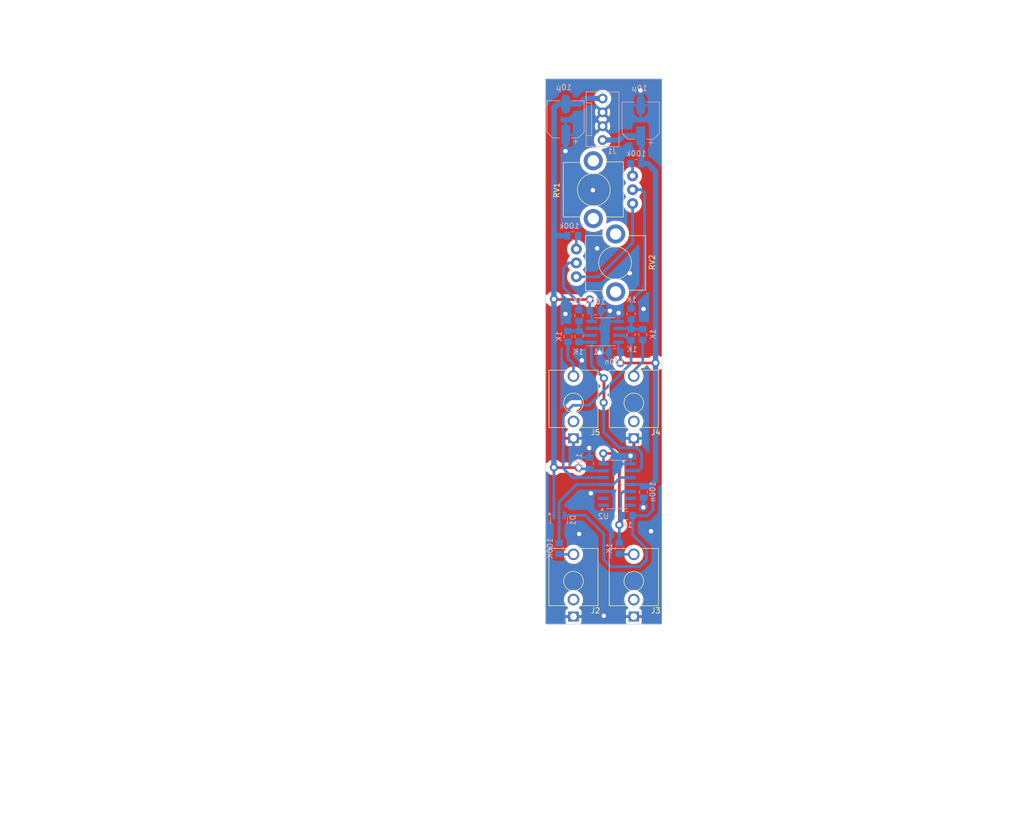
<source format=kicad_pcb>
(kicad_pcb (version 20241229) (generator "pcbnew") (generator_version "9.0")
  (layers (0 "F.Cu" signal) (2 "B.Cu" signal) (13 "F.Paste" user) (15 "B.Paste" user) (5 "F.SilkS" user "F.Silkscreen") (7 "B.SilkS" user "B.Silkscreen") (1 "F.Mask" user) (3 "B.Mask" user) (25 "Edge.Cuts" user))
  (net 0 "")
  (net 1 "+5V")
  (net 2 "GND")
  (net 3 "-5V")
  (net 4 "Net-(R2-Pad1)")
  (net 5 "Net-(R3-Pad2)")
  (net 6 "/in")
  (net 7 "Net-(J2-PadT)")
  (net 8 "/out")
  (net 10 "Net-(R1-Pad2)")
  (net 15 "Net-(RV1-Pad1)")
  (net 17 "Net-(J4-PadT)")
  (net 19 "Net-(J5-PadT)")
  (net 21 "/lower_tresh")
  (net 22 "Net-(U1B--)")
  (net 23 "Net-(U1A--)")
  (net 24 "/upper_tresh")
  (net 25 "/V_lower_pot")
  (net 26 "/V_upper_pot")
  (footprint "Connector_Audio:Jack_3.5mm_QingPu_WQP-PJ398SM_Vertical_CircularHoles" (layer "F.Cu") (at 179.52 100.22 180)
    (property "Reference" "J5" (at -4.03 1.08 0) (layer "F.SilkS"))
    (property "Value" "CV upper")
    (fp_line (start 4.5 12.48) (end 0.8 12.48) (stroke (width 0.12)) (layer "F.SilkS"))
    (fp_line (start 4.5 1.98) (end 4.5 12.48) (stroke (width 0.12)) (layer "F.SilkS"))
    (fp_line (start 4.5 1.98) (end 0.72 1.98) (stroke (width 0.12)) (layer "F.SilkS"))
    (fp_line (start -0.72 1.98) (end -4.5 1.98) (stroke (width 0.12)) (layer "F.SilkS"))
    (fp_line (start -0.8 12.48) (end -4.5 12.48) (stroke (width 0.12)) (layer "F.SilkS"))
    (fp_line (start -1.23 -1.17) (end -0.37 -1.17) (stroke (width 0.12)) (layer "F.SilkS"))
    (fp_line (start -1.23 -1.17) (end -1.23 -0.37) (stroke (width 0.12)) (layer "F.SilkS"))
    (fp_line (start -4.5 1.98) (end -4.5 12.48) (stroke (width 0.12)) (layer "F.SilkS"))
    (fp_circle (center 0 6.48) (end 1.8 6.48) (stroke (width 0.12)) (fill no) (layer "F.SilkS"))
    (pad "S" thru_hole rect (at 0 0) (size 1.93 1.83) (drill 1.22) (layers "*.Cu" "*.Mask") (net 2 "GND"))
    (pad "T" thru_hole circle (at 0 11.4) (size 2.13 2.13) (drill 1.43) (layers "*.Cu" "*.Mask") (net 19 "Net-(J5-PadT)"))
    (pad "TN" thru_hole circle (at 0 3.1) (size 2.13 2.13) (drill 1.42) (layers "*.Cu" "*.Mask"))
    (zone (net 0) (net_name "") (layer "F.Cu") (connect_pads (clearance 0)) (min_thickness 0.254)
      (keepout (tracks not_allowed) (vias not_allowed) (pads not_allowed) (copperpour not_allowed) (footprints not_allowed))
      (fill (thermal_gap 0.508) (thermal_bridge_width 0.508))
      (polygon (pts (xy 178.014859 93.74) (xy 178.03507 93.985829) (xy 178.095159 94.225055) (xy 178.193514 94.451256) (xy 178.327492 94.658355) (xy 178.493496 94.84079) (xy 178.687068 94.993664) (xy 178.903008 95.112869) (xy 179.135518 95.195206) (xy 179.378354 95.238461) (xy 179.624993 95.241475) (xy 179.868813 95.204165) (xy 180.103266 95.127534) (xy 180.322054 95.01364) (xy 180.519303 94.865542) (xy 180.689714 94.687216) (xy 180.828712 94.483452) (xy 180.932564 94.259722) (xy 180.998481 94.022035) (xy 181.024692 93.776774) (xy 181.010493 93.530525) (xy 180.956266 93.289901) (xy 180.863468 93.061366) (xy 180.734589 92.851055) (xy 180.573092 92.664618) (xy 180.383313 92.507061) (xy 180.17035 92.382615) (xy 179.939921 92.294623) (xy 179.698215 92.245447) (xy 179.451722 92.236408) (xy 179.207064 92.26775) (xy 178.970809 92.33863) (xy 178.749303 92.447144) (xy 178.548495 92.590379) (xy 178.373777 92.764488) (xy 178.229842 92.964795) (xy 178.120555 93.185921) (xy 178.048851 93.421926) (xy 178.016656 93.666474)))
    )
  )
  (footprint "Connector_Audio:Jack_3.5mm_QingPu_WQP-PJ398SM_Vertical_CircularHoles" (layer "F.Cu") (at 190.57 100.22 180)
    (property "Reference" "J4" (at -4.03 1.08 0) (layer "F.SilkS"))
    (property "Value" "CV lower")
    (fp_line (start 4.5 12.48) (end 0.8 12.48) (stroke (width 0.12)) (layer "F.SilkS"))
    (fp_line (start 4.5 1.98) (end 4.5 12.48) (stroke (width 0.12)) (layer "F.SilkS"))
    (fp_line (start 4.5 1.98) (end 0.72 1.98) (stroke (width 0.12)) (layer "F.SilkS"))
    (fp_line (start -0.72 1.98) (end -4.5 1.98) (stroke (width 0.12)) (layer "F.SilkS"))
    (fp_line (start -0.8 12.48) (end -4.5 12.48) (stroke (width 0.12)) (layer "F.SilkS"))
    (fp_line (start -1.23 -1.17) (end -0.37 -1.17) (stroke (width 0.12)) (layer "F.SilkS"))
    (fp_line (start -1.23 -1.17) (end -1.23 -0.37) (stroke (width 0.12)) (layer "F.SilkS"))
    (fp_line (start -4.5 1.98) (end -4.5 12.48) (stroke (width 0.12)) (layer "F.SilkS"))
    (fp_circle (center 0 6.48) (end 1.8 6.48) (stroke (width 0.12)) (fill no) (layer "F.SilkS"))
    (pad "S" thru_hole rect (at 0 0) (size 1.93 1.83) (drill 1.22) (layers "*.Cu" "*.Mask") (net 2 "GND"))
    (pad "T" thru_hole circle (at 0 11.4) (size 2.13 2.13) (drill 1.43) (layers "*.Cu" "*.Mask") (net 17 "Net-(J4-PadT)"))
    (pad "TN" thru_hole circle (at 0 3.1) (size 2.13 2.13) (drill 1.42) (layers "*.Cu" "*.Mask"))
    (zone (net 0) (net_name "") (layer "F.Cu") (connect_pads (clearance 0)) (min_thickness 0.254)
      (keepout (tracks not_allowed) (vias not_allowed) (pads not_allowed) (copperpour not_allowed) (footprints not_allowed))
      (fill (thermal_gap 0.508) (thermal_bridge_width 0.508))
      (polygon (pts (xy 189.064859 93.74) (xy 189.08507 93.985829) (xy 189.145159 94.225055) (xy 189.243514 94.451256) (xy 189.377492 94.658355) (xy 189.543496 94.84079) (xy 189.737068 94.993664) (xy 189.953008 95.112869) (xy 190.185518 95.195206) (xy 190.428354 95.238461) (xy 190.674993 95.241475) (xy 190.918813 95.204165) (xy 191.153266 95.127534) (xy 191.372054 95.01364) (xy 191.569303 94.865542) (xy 191.739714 94.687216) (xy 191.878712 94.483452) (xy 191.982564 94.259722) (xy 192.048481 94.022035) (xy 192.074692 93.776774) (xy 192.060493 93.530525) (xy 192.006266 93.289901) (xy 191.913468 93.061366) (xy 191.784589 92.851055) (xy 191.623092 92.664618) (xy 191.433313 92.507061) (xy 191.22035 92.382615) (xy 190.989921 92.294623) (xy 190.748215 92.245447) (xy 190.501722 92.236408) (xy 190.257064 92.26775) (xy 190.020809 92.33863) (xy 189.799303 92.447144) (xy 189.598495 92.590379) (xy 189.423777 92.764488) (xy 189.279842 92.964795) (xy 189.170555 93.185921) (xy 189.098851 93.421926) (xy 189.066656 93.666474)))
    )
  )
  (footprint "Connector_Audio:Jack_3.5mm_QingPu_WQP-PJ398SM_Vertical_CircularHoles" (layer "F.Cu") (at 179.52 132.885 180)
    (property "Reference" "J2" (at -4.03 1.08 0) (layer "F.SilkS"))
    (property "Value" "In")
    (fp_line (start 4.5 12.48) (end 0.8 12.48) (stroke (width 0.12)) (layer "F.SilkS"))
    (fp_line (start 4.5 1.98) (end 4.5 12.48) (stroke (width 0.12)) (layer "F.SilkS"))
    (fp_line (start 4.5 1.98) (end 0.72 1.98) (stroke (width 0.12)) (layer "F.SilkS"))
    (fp_line (start -0.72 1.98) (end -4.5 1.98) (stroke (width 0.12)) (layer "F.SilkS"))
    (fp_line (start -0.8 12.48) (end -4.5 12.48) (stroke (width 0.12)) (layer "F.SilkS"))
    (fp_line (start -1.23 -1.17) (end -0.37 -1.17) (stroke (width 0.12)) (layer "F.SilkS"))
    (fp_line (start -1.23 -1.17) (end -1.23 -0.37) (stroke (width 0.12)) (layer "F.SilkS"))
    (fp_line (start -4.5 1.98) (end -4.5 12.48) (stroke (width 0.12)) (layer "F.SilkS"))
    (fp_circle (center 0 6.48) (end 1.8 6.48) (stroke (width 0.12)) (fill no) (layer "F.SilkS"))
    (pad "S" thru_hole rect (at 0 0) (size 1.93 1.83) (drill 1.22) (layers "*.Cu" "*.Mask") (net 2 "GND"))
    (pad "T" thru_hole circle (at 0 11.4) (size 2.13 2.13) (drill 1.43) (layers "*.Cu" "*.Mask") (net 7 "Net-(J2-PadT)"))
    (pad "TN" thru_hole circle (at 0 3.1) (size 2.13 2.13) (drill 1.42) (layers "*.Cu" "*.Mask"))
    (zone (net 0) (net_name "") (layer "F.Cu") (connect_pads (clearance 0)) (min_thickness 0.254)
      (keepout (tracks not_allowed) (vias not_allowed) (pads not_allowed) (copperpour not_allowed) (footprints not_allowed))
      (fill (thermal_gap 0.508) (thermal_bridge_width 0.508))
      (polygon (pts (xy 178.014859 126.405) (xy 178.03507 126.650829) (xy 178.095159 126.890055) (xy 178.193514 127.116256) (xy 178.327492 127.323355) (xy 178.493496 127.50579) (xy 178.687068 127.658664) (xy 178.903008 127.777869) (xy 179.135518 127.860206) (xy 179.378354 127.903461) (xy 179.624993 127.906475) (xy 179.868813 127.869165) (xy 180.103266 127.792534) (xy 180.322054 127.67864) (xy 180.519303 127.530542) (xy 180.689714 127.352216) (xy 180.828712 127.148452) (xy 180.932564 126.924722) (xy 180.998481 126.687035) (xy 181.024692 126.441774) (xy 181.010493 126.195525) (xy 180.956266 125.954901) (xy 180.863468 125.726366) (xy 180.734589 125.516055) (xy 180.573092 125.329618) (xy 180.383313 125.172061) (xy 180.17035 125.047615) (xy 179.939921 124.959623) (xy 179.698215 124.910447) (xy 179.451722 124.901408) (xy 179.207064 124.93275) (xy 178.970809 125.00363) (xy 178.749303 125.112144) (xy 178.548495 125.255379) (xy 178.373777 125.429488) (xy 178.229842 125.629795) (xy 178.120555 125.850921) (xy 178.048851 126.086926) (xy 178.016656 126.331474)))
    )
  )
  (footprint "Allgemein:poti_stehend" (layer "F.Cu") (at 187.24 68.07 -90)
    (property "Reference" "RV2" (at -0.1 -6.7 90) (layer "F.SilkS"))
    (property "Value" "25K")
    (fp_line (start -5 5.5) (end -5 2) (stroke (width 0.12)) (layer "F.SilkS"))
    (fp_line (start 5.1 5.5) (end -5 5.5) (stroke (width 0.12)) (layer "F.SilkS"))
    (fp_line (start 5.1 2) (end 5.1 5.5) (stroke (width 0.12)) (layer "F.SilkS"))
    (fp_line (start -5 -5.5) (end -5 -2) (stroke (width 0.12)) (layer "F.SilkS"))
    (fp_line (start 5 -5.5) (end 5 -2) (stroke (width 0.12)) (layer "F.SilkS"))
    (fp_line (start 5 -5.5) (end -5 -5.5) (stroke (width 0.12)) (layer "F.SilkS"))
    (fp_circle (center 0 0.1) (end 3 0.1) (stroke (width 0.12)) (fill no) (layer "F.SilkS"))
    (pad "" thru_hole circle (at -5.3 0 270) (size 3.5 3.5) (drill 2.1) (layers "*.Cu" "*.Mask"))
    (pad "" thru_hole circle (at 5.3 0 270) (size 3.5 3.5) (drill 2.1) (layers "*.Cu" "*.Mask"))
    (pad "1" thru_hole circle (at -2.54 7.2 270) (size 2 2) (drill 1) (layers "*.Cu" "*.Mask") (net 4 "Net-(R2-Pad1)"))
    (pad "2" thru_hole circle (at 0 7.2 270) (size 2 2) (drill 1) (layers "*.Cu" "*.Mask") (net 26 "/V_upper_pot"))
    (pad "3" thru_hole circle (at 2.54 7.2 270) (size 2 2) (drill 1) (layers "*.Cu" "*.Mask") (net 15 "Net-(RV1-Pad1)"))
  )
  (footprint "Connector_Audio:Jack_3.5mm_QingPu_WQP-PJ398SM_Vertical_CircularHoles" (layer "F.Cu") (at 190.57 132.885 180)
    (property "Reference" "J3" (at -4.03 1.08 0) (layer "F.SilkS"))
    (property "Value" "out")
    (fp_line (start 4.5 12.48) (end 0.8 12.48) (stroke (width 0.12)) (layer "F.SilkS"))
    (fp_line (start 4.5 1.98) (end 4.5 12.48) (stroke (width 0.12)) (layer "F.SilkS"))
    (fp_line (start 4.5 1.98) (end 0.72 1.98) (stroke (width 0.12)) (layer "F.SilkS"))
    (fp_line (start -0.72 1.98) (end -4.5 1.98) (stroke (width 0.12)) (layer "F.SilkS"))
    (fp_line (start -0.8 12.48) (end -4.5 12.48) (stroke (width 0.12)) (layer "F.SilkS"))
    (fp_line (start -1.23 -1.17) (end -0.37 -1.17) (stroke (width 0.12)) (layer "F.SilkS"))
    (fp_line (start -1.23 -1.17) (end -1.23 -0.37) (stroke (width 0.12)) (layer "F.SilkS"))
    (fp_line (start -4.5 1.98) (end -4.5 12.48) (stroke (width 0.12)) (layer "F.SilkS"))
    (fp_circle (center 0 6.48) (end 1.8 6.48) (stroke (width 0.12)) (fill no) (layer "F.SilkS"))
    (pad "S" thru_hole rect (at 0 0) (size 1.93 1.83) (drill 1.22) (layers "*.Cu" "*.Mask") (net 2 "GND"))
    (pad "T" thru_hole circle (at 0 11.4) (size 2.13 2.13) (drill 1.43) (layers "*.Cu" "*.Mask") (net 8 "/out"))
    (pad "TN" thru_hole circle (at 0 3.1) (size 2.13 2.13) (drill 1.42) (layers "*.Cu" "*.Mask"))
    (zone (net 0) (net_name "") (layer "F.Cu") (connect_pads (clearance 0)) (min_thickness 0.254)
      (keepout (tracks not_allowed) (vias not_allowed) (pads not_allowed) (copperpour not_allowed) (footprints not_allowed))
      (fill (thermal_gap 0.508) (thermal_bridge_width 0.508))
      (polygon (pts (xy 189.064859 126.405) (xy 189.08507 126.650829) (xy 189.145159 126.890055) (xy 189.243514 127.116256) (xy 189.377492 127.323355) (xy 189.543496 127.50579) (xy 189.737068 127.658664) (xy 189.953008 127.777869) (xy 190.185518 127.860206) (xy 190.428354 127.903461) (xy 190.674993 127.906475) (xy 190.918813 127.869165) (xy 191.153266 127.792534) (xy 191.372054 127.67864) (xy 191.569303 127.530542) (xy 191.739714 127.352216) (xy 191.878712 127.148452) (xy 191.982564 126.924722) (xy 192.048481 126.687035) (xy 192.074692 126.441774) (xy 192.060493 126.195525) (xy 192.006266 125.954901) (xy 191.913468 125.726366) (xy 191.784589 125.516055) (xy 191.623092 125.329618) (xy 191.433313 125.172061) (xy 191.22035 125.047615) (xy 190.989921 124.959623) (xy 190.748215 124.910447) (xy 190.501722 124.901408) (xy 190.257064 124.93275) (xy 190.020809 125.00363) (xy 189.799303 125.112144) (xy 189.598495 125.255379) (xy 189.423777 125.429488) (xy 189.279842 125.629795) (xy 189.170555 125.850921) (xy 189.098851 126.086926) (xy 189.066656 126.331474)))
    )
  )
  (footprint "Allgemein:poti_stehend" (layer "F.Cu") (at 183.15 54.65 90)
    (property "Reference" "RV1" (at -0.1 -6.7 90) (layer "F.SilkS"))
    (property "Value" "25K")
    (fp_line (start 5 -5.5) (end -5 -5.5) (stroke (width 0.12)) (layer "F.SilkS"))
    (fp_line (start 5 -5.5) (end 5 -2) (stroke (width 0.12)) (layer "F.SilkS"))
    (fp_line (start -5 -5.5) (end -5 -2) (stroke (width 0.12)) (layer "F.SilkS"))
    (fp_line (start 5.1 2) (end 5.1 5.5) (stroke (width 0.12)) (layer "F.SilkS"))
    (fp_line (start 5.1 5.5) (end -5 5.5) (stroke (width 0.12)) (layer "F.SilkS"))
    (fp_line (start -5 5.5) (end -5 2) (stroke (width 0.12)) (layer "F.SilkS"))
    (fp_circle (center 0 0.1) (end 3 0.1) (stroke (width 0.12)) (fill no) (layer "F.SilkS"))
    (pad "" thru_hole circle (at -5.3 0 90) (size 3.5 3.5) (drill 2.1) (layers "*.Cu" "*.Mask"))
    (pad "" thru_hole circle (at 5.3 0 90) (size 3.5 3.5) (drill 2.1) (layers "*.Cu" "*.Mask"))
    (pad "1" thru_hole circle (at -2.54 7.2 90) (size 2 2) (drill 1) (layers "*.Cu" "*.Mask") (net 15 "Net-(RV1-Pad1)"))
    (pad "2" thru_hole circle (at 0 7.2 90) (size 2 2) (drill 1) (layers "*.Cu" "*.Mask") (net 25 "/V_lower_pot"))
    (pad "3" thru_hole circle (at 2.54 7.2 90) (size 2 2) (drill 1) (layers "*.Cu" "*.Mask") (net 5 "Net-(R3-Pad2)"))
  )
  (footprint "Allgemein:R_0805" (layer "B.Cu") (at 176.87 120.405 90)
    (property "Reference" "R4")
    (property "Value" "100K" (at 0 -1.65 90) (layer "B.SilkS") (effects (justify mirror)))
    (fp_line (start 0.227064 -0.735) (end -0.227064 -0.735) (stroke (width 0.12)) (layer "B.SilkS"))
    (fp_line (start 0.227064 0.735) (end -0.227064 0.735) (stroke (width 0.12)) (layer "B.SilkS"))
    (pad "1" smd roundrect (at -1 0 90) (size 1.2 1.4) (layers "B.Cu" "B.Mask" "B.Paste") (roundrect_rratio 0.208333) (net 7 "Net-(J2-PadT)"))
    (pad "2" smd roundrect (at 1 0 90) (size 1.2 1.4) (layers "B.Cu" "B.Mask" "B.Paste") (roundrect_rratio 0.208333) (net 6 "/in"))
  )
  (footprint "Allgemein:R_0805" (layer "B.Cu") (at 180.52 77.72 -90)
    (property "Reference" "R14")
    (property "Value" "1K" (at -2.73 0.29 180) (layer "B.SilkS") (effects (justify mirror)))
    (fp_line (start 0.227064 0.735) (end -0.227064 0.735) (stroke (width 0.12)) (layer "B.SilkS"))
    (fp_line (start 0.227064 -0.735) (end -0.227064 -0.735) (stroke (width 0.12)) (layer "B.SilkS"))
    (pad "1" smd roundrect (at -1 0 270) (size 1.2 1.4) (layers "B.Cu" "B.Mask" "B.Paste") (roundrect_rratio 0.208333) (net 26 "/V_upper_pot"))
    (pad "2" smd roundrect (at 1 0 270) (size 1.2 1.4) (layers "B.Cu" "B.Mask" "B.Paste") (roundrect_rratio 0.208333) (net 23 "Net-(U1A--)"))
  )
  (footprint "Allgemein:R_0805" (layer "B.Cu") (at 191 49.87 180)
    (property "Reference" "R3")
    (property "Value" "100k" (at -0.03 1.83 0) (layer "B.SilkS") (effects (justify mirror)))
    (fp_line (start 0.227064 0.735) (end -0.227064 0.735) (stroke (width 0.12)) (layer "B.SilkS"))
    (fp_line (start 0.227064 -0.735) (end -0.227064 -0.735) (stroke (width 0.12)) (layer "B.SilkS"))
    (pad "1" smd roundrect (at -1 0 180) (size 1.2 1.4) (layers "B.Cu" "B.Mask" "B.Paste") (roundrect_rratio 0.208333) (net 1 "+5V"))
    (pad "2" smd roundrect (at 1 0 180) (size 1.2 1.4) (layers "B.Cu" "B.Mask" "B.Paste") (roundrect_rratio 0.208333) (net 5 "Net-(R3-Pad2)"))
  )
  (footprint "Allgemein:C_0805" (layer "B.Cu") (at 187.07 84.51 180)
    (property "Reference" "C5")
    (property "Value" "100n" (at 0 -1.68 0) (layer "B.SilkS") (effects (justify mirror)))
    (fp_line (start 0.261252 0.735) (end -0.261252 0.735) (stroke (width 0.12)) (layer "B.SilkS"))
    (fp_line (start 0.261252 -0.735) (end -0.261252 -0.735) (stroke (width 0.12)) (layer "B.SilkS"))
    (pad "1" smd roundrect (at -1.0375 0 180) (size 1.175 1.45) (layers "B.Cu" "B.Mask" "B.Paste") (roundrect_rratio 0.212766) (net 1 "+5V"))
    (pad "2" smd roundrect (at 1.0375 0 180) (size 1.175 1.45) (layers "B.Cu" "B.Mask" "B.Paste") (roundrect_rratio 0.212766) (net 2 "GND"))
  )
  (footprint "Allgemein:C_0805" (layer "B.Cu") (at 183.53 76.845 180)
    (property "Reference" "C6")
    (property "Value" "100n" (at 0 1.68 0) (layer "B.SilkS") (effects (justify mirror)))
    (fp_line (start 0.261252 0.735) (end -0.261252 0.735) (stroke (width 0.12)) (layer "B.SilkS"))
    (fp_line (start 0.261252 -0.735) (end -0.261252 -0.735) (stroke (width 0.12)) (layer "B.SilkS"))
    (pad "1" smd roundrect (at -1.0375 0 180) (size 1.175 1.45) (layers "B.Cu" "B.Mask" "B.Paste") (roundrect_rratio 0.212766) (net 2 "GND"))
    (pad "2" smd roundrect (at 1.0375 0 180) (size 1.175 1.45) (layers "B.Cu" "B.Mask" "B.Paste") (roundrect_rratio 0.212766) (net 3 "-5V"))
  )
  (footprint "Allgemein:pwr_conn_4pin" (layer "B.Cu") (at 184.85 41.74)
    (property "Reference" "J1" (at 1.74 5.84 0) (layer "B.SilkS") (effects (justify mirror)))
    (property "Value" "pwr")
    (fp_line (start -3 -5) (end 3 -5) (stroke (width 0.12)) (layer "B.SilkS"))
    (fp_line (start -3 -3) (end -2 -3) (stroke (width 0.12)) (layer "B.SilkS"))
    (fp_line (start -3 5) (end -3 -5) (stroke (width 0.12)) (layer "B.SilkS"))
    (fp_line (start -2 -3) (end -2 3) (stroke (width 0.12)) (layer "B.SilkS"))
    (fp_line (start -2 3) (end -3 3) (stroke (width 0.12)) (layer "B.SilkS"))
    (fp_line (start 3 -5) (end 3 5) (stroke (width 0.12)) (layer "B.SilkS"))
    (fp_line (start 3 5) (end -3 5) (stroke (width 0.12)) (layer "B.SilkS"))
    (pad "1" thru_hole circle (at 0 3.81) (size 1.8 1.8) (drill 1) (layers "*.Cu" "*.Mask") (net 1 "+5V"))
    (pad "2" thru_hole circle (at 0 1.27) (size 1.8 1.8) (drill 1) (layers "*.Cu" "*.Mask") (net 2 "GND"))
    (pad "3" thru_hole circle (at 0 -1.27) (size 1.8 1.8) (drill 1) (layers "*.Cu" "*.Mask") (net 2 "GND"))
    (pad "4" thru_hole circle (at 0 -3.81) (size 1.8 1.8) (drill 1) (layers "*.Cu" "*.Mask") (net 3 "-5V"))
  )
  (footprint "Allgemein:R_0805" (layer "B.Cu") (at 189.35 114.4 180)
    (property "Reference" "R1")
    (property "Value" "1K" (at 0 -1.65 0) (layer "B.SilkS") (effects (justify mirror)))
    (fp_line (start 0.227064 0.735) (end -0.227064 0.735) (stroke (width 0.12)) (layer "B.SilkS"))
    (fp_line (start 0.227064 -0.735) (end -0.227064 -0.735) (stroke (width 0.12)) (layer "B.SilkS"))
    (pad "1" smd roundrect (at -1 0 180) (size 1.2 1.4) (layers "B.Cu" "B.Mask" "B.Paste") (roundrect_rratio 0.208333) (net 1 "+5V"))
    (pad "2" smd roundrect (at 1 0 180) (size 1.2 1.4) (layers "B.Cu" "B.Mask" "B.Paste") (roundrect_rratio 0.208333) (net 10 "Net-(R1-Pad2)"))
  )
  (footprint "Allgemein:R_0805" (layer "B.Cu") (at 178.51 81.56 90)
    (property "Reference" "R13")
    (property "Value" "1K" (at 0 -1.65 90) (layer "B.SilkS") (effects (justify mirror)))
    (fp_line (start 0.227064 -0.735) (end -0.227064 -0.735) (stroke (width 0.12)) (layer "B.SilkS"))
    (fp_line (start 0.227064 0.735) (end -0.227064 0.735) (stroke (width 0.12)) (layer "B.SilkS"))
    (pad "1" smd roundrect (at -1 0 90) (size 1.2 1.4) (layers "B.Cu" "B.Mask" "B.Paste") (roundrect_rratio 0.208333) (net 19 "Net-(J5-PadT)"))
    (pad "2" smd roundrect (at 1 0 90) (size 1.2 1.4) (layers "B.Cu" "B.Mask" "B.Paste") (roundrect_rratio 0.208333) (net 23 "Net-(U1A--)"))
  )
  (footprint "Allgemein:C_0805" (layer "B.Cu") (at 182.45 104.7925 -90)
    (property "Reference" "C2")
    (property "Value" "100n" (at 0.03 1.9 90) (layer "B.SilkS") (effects (justify mirror)))
    (fp_line (start 0.261252 0.735) (end -0.261252 0.735) (stroke (width 0.12)) (layer "B.SilkS"))
    (fp_line (start 0.261252 -0.735) (end -0.261252 -0.735) (stroke (width 0.12)) (layer "B.SilkS"))
    (pad "1" smd roundrect (at -1.0375 0 270) (size 1.175 1.45) (layers "B.Cu" "B.Mask" "B.Paste") (roundrect_rratio 0.212766) (net 2 "GND"))
    (pad "2" smd roundrect (at 1.0375 0 270) (size 1.175 1.45) (layers "B.Cu" "B.Mask" "B.Paste") (roundrect_rratio 0.212766) (net 3 "-5V"))
  )
  (footprint "Allgemein:R_0805" (layer "B.Cu") (at 179.39 63.1 180)
    (property "Reference" "R2")
    (property "Value" "100k" (at 0.61 1.8 0) (layer "B.SilkS") (effects (justify mirror)))
    (fp_line (start 0.227064 0.735) (end -0.227064 0.735) (stroke (width 0.12)) (layer "B.SilkS"))
    (fp_line (start 0.227064 -0.735) (end -0.227064 -0.735) (stroke (width 0.12)) (layer "B.SilkS"))
    (pad "1" smd roundrect (at -1 0 180) (size 1.2 1.4) (layers "B.Cu" "B.Mask" "B.Paste") (roundrect_rratio 0.208333) (net 4 "Net-(R2-Pad1)"))
    (pad "2" smd roundrect (at 1 0 180) (size 1.2 1.4) (layers "B.Cu" "B.Mask" "B.Paste") (roundrect_rratio 0.208333) (net 3 "-5V"))
  )
  (footprint "Allgemein:R_0805" (layer "B.Cu") (at 180.53 81.56 -90)
    (property "Reference" "R10")
    (property "Value" "1K" (at 2.8 0.13 180) (layer "B.SilkS") (effects (justify mirror)))
    (fp_line (start 0.227064 0.735) (end -0.227064 0.735) (stroke (width 0.12)) (layer "B.SilkS"))
    (fp_line (start 0.227064 -0.735) (end -0.227064 -0.735) (stroke (width 0.12)) (layer "B.SilkS"))
    (pad "1" smd roundrect (at -1 0 270) (size 1.2 1.4) (layers "B.Cu" "B.Mask" "B.Paste") (roundrect_rratio 0.208333) (net 23 "Net-(U1A--)"))
    (pad "2" smd roundrect (at 1 0 270) (size 1.2 1.4) (layers "B.Cu" "B.Mask" "B.Paste") (roundrect_rratio 0.208333) (net 24 "/upper_tresh"))
  )
  (footprint "Allgemein:R_0805" (layer "B.Cu") (at 192.2 81.2 90)
    (property "Reference" "R11")
    (property "Value" "1K" (at 0.02 1.89 90) (layer "B.SilkS") (effects (justify mirror)))
    (fp_line (start 0.227064 -0.735) (end -0.227064 -0.735) (stroke (width 0.12)) (layer "B.SilkS"))
    (fp_line (start 0.227064 0.735) (end -0.227064 0.735) (stroke (width 0.12)) (layer "B.SilkS"))
    (pad "1" smd roundrect (at -1 0 90) (size 1.2 1.4) (layers "B.Cu" "B.Mask" "B.Paste") (roundrect_rratio 0.208333) (net 17 "Net-(J4-PadT)"))
    (pad "2" smd roundrect (at 1 0 90) (size 1.2 1.4) (layers "B.Cu" "B.Mask" "B.Paste") (roundrect_rratio 0.208333) (net 22 "Net-(U1B--)"))
  )
  (footprint "Allgemein:C_0805" (layer "B.Cu") (at 192.36 110.06 -90)
    (property "Reference" "C1")
    (property "Value" "100n" (at -0.04 -1.66 90) (layer "B.SilkS") (effects (justify mirror)))
    (fp_line (start 0.261252 0.735) (end -0.261252 0.735) (stroke (width 0.12)) (layer "B.SilkS"))
    (fp_line (start 0.261252 -0.735) (end -0.261252 -0.735) (stroke (width 0.12)) (layer "B.SilkS"))
    (pad "1" smd roundrect (at -1.0375 0 270) (size 1.175 1.45) (layers "B.Cu" "B.Mask" "B.Paste") (roundrect_rratio 0.212766) (net 1 "+5V"))
    (pad "2" smd roundrect (at 1.0375 0 270) (size 1.175 1.45) (layers "B.Cu" "B.Mask" "B.Paste") (roundrect_rratio 0.212766) (net 2 "GND"))
  )
  (footprint "Allgemein:R_0805" (layer "B.Cu") (at 187.92 120.405 -90)
    (property "Reference" "R5")
    (property "Value" "1K" (at 0 1.85 90) (layer "B.SilkS") (effects (justify mirror)))
    (fp_line (start 0.227064 0.735) (end -0.227064 0.735) (stroke (width 0.12)) (layer "B.SilkS"))
    (fp_line (start 0.227064 -0.735) (end -0.227064 -0.735) (stroke (width 0.12)) (layer "B.SilkS"))
    (pad "1" smd roundrect (at -1 0 270) (size 1.2 1.4) (layers "B.Cu" "B.Mask" "B.Paste") (roundrect_rratio 0.208333) (net 10 "Net-(R1-Pad2)"))
    (pad "2" smd roundrect (at 1 0 270) (size 1.2 1.4) (layers "B.Cu" "B.Mask" "B.Paste") (roundrect_rratio 0.208333) (net 8 "/out"))
  )
  (footprint "Allgemein:R_0805" (layer "B.Cu") (at 190.075 81.225 -90)
    (property "Reference" "R9")
    (property "Value" "1K" (at 2.68 -0.18 180) (layer "B.SilkS") (effects (justify mirror)))
    (fp_line (start 0.227064 0.735) (end -0.227064 0.735) (stroke (width 0.12)) (layer "B.SilkS"))
    (fp_line (start 0.227064 -0.735) (end -0.227064 -0.735) (stroke (width 0.12)) (layer "B.SilkS"))
    (pad "1" smd roundrect (at -1 0 270) (size 1.2 1.4) (layers "B.Cu" "B.Mask" "B.Paste") (roundrect_rratio 0.208333) (net 22 "Net-(U1B--)"))
    (pad "2" smd roundrect (at 1 0 270) (size 1.2 1.4) (layers "B.Cu" "B.Mask" "B.Paste") (roundrect_rratio 0.208333) (net 21 "/lower_tresh"))
  )
  (footprint "Allgemein:SOIC-8_no_mark" (layer "B.Cu") (at 185.295 80.705)
    (property "Reference" "U1" (at -1.16 3.63 0) (layer "B.SilkS") (effects (justify mirror)))
    (property "Value" "LMH6643")
    (fp_line (start -3.45 2.56) (end 0 2.56) (stroke (width 0.12)) (layer "B.SilkS"))
    (fp_line (start -1.95 -2.56) (end 0 -2.56) (stroke (width 0.12)) (layer "B.SilkS"))
    (fp_line (start 1.95 -2.56) (end 0 -2.56) (stroke (width 0.12)) (layer "B.SilkS"))
    (fp_line (start 1.95 2.56) (end 0 2.56) (stroke (width 0.12)) (layer "B.SilkS"))
    (pad "1" smd roundrect (at -2.475 1.905) (size 1.95 0.6) (layers "B.Cu" "B.Mask" "B.Paste") (net 24 "/upper_tresh"))
    (pad "2" smd roundrect (at -2.475 0.635) (size 1.95 0.6) (layers "B.Cu" "B.Mask" "B.Paste") (net 23 "Net-(U1A--)"))
    (pad "3" smd roundrect (at -2.475 -0.635) (size 1.95 0.6) (layers "B.Cu" "B.Mask" "B.Paste") (net 2 "GND"))
    (pad "4" smd roundrect (at -2.475 -1.905) (size 1.95 0.6) (layers "B.Cu" "B.Mask" "B.Paste") (net 3 "-5V"))
    (pad "5" smd roundrect (at 2.475 -1.905) (size 1.95 0.6) (layers "B.Cu" "B.Mask" "B.Paste") (net 2 "GND"))
    (pad "6" smd roundrect (at 2.475 -0.635) (size 1.95 0.6) (layers "B.Cu" "B.Mask" "B.Paste") (net 22 "Net-(U1B--)"))
    (pad "7" smd roundrect (at 2.475 0.635) (size 1.95 0.6) (layers "B.Cu" "B.Mask" "B.Paste") (net 21 "/lower_tresh"))
    (pad "8" smd roundrect (at 2.475 1.905) (size 1.95 0.6) (layers "B.Cu" "B.Mask" "B.Paste") (net 1 "+5V"))
  )
  (footprint "Allgemein:CP_Elec_6.3x5.3" (layer "B.Cu") (at 178.07 41.75 90)
    (property "Reference" "C4")
    (property "Value" "10µ" (at 5.88 -0.35 180) (layer "B.SilkS") (effects (justify mirror)))
    (fp_line (start 3.41 -3.41) (end -2.345563 -3.41) (stroke (width 0.12)) (layer "B.SilkS"))
    (fp_line (start -2.345563 -3.41) (end -3.41 -2.345563) (stroke (width 0.12)) (layer "B.SilkS"))
    (fp_line (start 3.41 -1.06) (end 3.41 -3.41) (stroke (width 0.12)) (layer "B.SilkS"))
    (fp_line (start -3.41 -1.06) (end -3.41 -2.345563) (stroke (width 0.12)) (layer "B.SilkS"))
    (fp_line (start 3.41 1.06) (end 3.41 3.41) (stroke (width 0.12)) (layer "B.SilkS"))
    (fp_line (start -3.41 1.06) (end -3.41 2.345563) (stroke (width 0.12)) (layer "B.SilkS"))
    (fp_line (start -4.04375 1.45375) (end -4.04375 2.24125) (stroke (width 0.12)) (layer "B.SilkS"))
    (fp_line (start -3.65 1.8475) (end -4.4375 1.8475) (stroke (width 0.12)) (layer "B.SilkS"))
    (fp_line (start 3.41 3.41) (end -2.345563 3.41) (stroke (width 0.12)) (layer "B.SilkS"))
    (fp_line (start -2.345563 3.41) (end -3.41 2.345563) (stroke (width 0.12)) (layer "B.SilkS"))
    (pad "1" smd rect (at -2.8 0 90) (size 3.5 1.6) (layers "B.Cu" "B.Mask" "B.Paste") (net 2 "GND"))
    (pad "2" smd oval (at 2.8 0 90) (size 3.5 1.6) (layers "B.Cu" "B.Mask" "B.Paste") (net 3 "-5V"))
  )
  (footprint "Package_SO:SOIC-14_3.9x8.7mm_P1.27mm" (layer "B.Cu") (at 187.49 108.685)
    (property "Reference" "U2" (at -2.48 5.835 0) (layer "B.SilkS") (effects (justify mirror)))
    (property "Value" "LM319")
    (fp_line (start -1.95 -4.435) (end 0 -4.435) (stroke (width 0.12)) (layer "B.SilkS"))
    (fp_line (start -1.95 4.435) (end 0 4.435) (stroke (width 0.12)) (layer "B.SilkS"))
    (fp_line (start 1.95 -4.435) (end 0 -4.435) (stroke (width 0.12)) (layer "B.SilkS"))
    (fp_line (start 1.95 4.435) (end 0 4.435) (stroke (width 0.12)) (layer "B.SilkS"))
    (fp_poly (pts (xy -2.7 4.37) (xy -2.94 4.7) (xy -2.46 4.7) (xy -2.7 4.37)) (stroke (width 0.12)) (fill yes) (layer "B.SilkS"))
    (pad "1" smd roundrect (at -2.475 3.81) (size 1.95 0.6) (layers "B.Cu" "B.Mask" "B.Paste"))
    (pad "2" smd roundrect (at -2.475 2.54) (size 1.95 0.6) (layers "B.Cu" "B.Mask" "B.Paste"))
    (pad "3" smd roundrect (at -2.475 1.27) (size 1.95 0.6) (layers "B.Cu" "B.Mask" "B.Paste") (net 2 "GND"))
    (pad "4" smd roundrect (at -2.475 0) (size 1.95 0.6) (layers "B.Cu" "B.Mask" "B.Paste") (net 6 "/in"))
    (pad "5" smd roundrect (at -2.475 -1.27) (size 1.95 0.6) (layers "B.Cu" "B.Mask" "B.Paste") (net 21 "/lower_tresh"))
    (pad "6" smd roundrect (at -2.475 -2.54) (size 1.95 0.6) (layers "B.Cu" "B.Mask" "B.Paste") (net 3 "-5V"))
    (pad "7" smd roundrect (at -2.475 -3.81) (size 1.95 0.6) (layers "B.Cu" "B.Mask" "B.Paste") (net 10 "Net-(R1-Pad2)"))
    (pad "8" smd roundrect (at 2.475 -3.81) (size 1.95 0.6) (layers "B.Cu" "B.Mask" "B.Paste") (net 2 "GND"))
    (pad "9" smd roundrect (at 2.475 -2.54) (size 1.95 0.6) (layers "B.Cu" "B.Mask" "B.Paste") (net 24 "/upper_tresh"))
    (pad "10" smd roundrect (at 2.475 -1.27) (size 1.95 0.6) (layers "B.Cu" "B.Mask" "B.Paste") (net 6 "/in"))
    (pad "11" smd roundrect (at 2.475 0) (size 1.95 0.6) (layers "B.Cu" "B.Mask" "B.Paste") (net 1 "+5V"))
    (pad "12" smd roundrect (at 2.475 1.27) (size 1.95 0.6) (layers "B.Cu" "B.Mask" "B.Paste") (net 10 "Net-(R1-Pad2)"))
    (pad "13" smd roundrect (at 2.475 2.54) (size 1.95 0.6) (layers "B.Cu" "B.Mask" "B.Paste"))
    (pad "14" smd roundrect (at 2.475 3.81) (size 1.95 0.6) (layers "B.Cu" "B.Mask" "B.Paste"))
  )
  (footprint "Package_TO_SOT_SMD:SOT-23" (layer "B.Cu") (at 176.8875 115.26 -90)
    (property "Reference" "D1" (at -0.01 -2.5225 90) (layer "B.SilkS") (effects (justify mirror)))
    (property "Value" "BAT54S")
    (fp_line (start -0.65 1.56) (end 0 1.56) (stroke (width 0.12)) (layer "B.SilkS"))
    (fp_line (start 0.65 1.56) (end 0 1.56) (stroke (width 0.12)) (layer "B.SilkS"))
    (fp_line (start -0.65 -1.56) (end 0 -1.56) (stroke (width 0.12)) (layer "B.SilkS"))
    (fp_line (start 0.65 -1.56) (end 0 -1.56) (stroke (width 0.12)) (layer "B.SilkS"))
    (fp_poly (pts (xy -1.1625 1.51) (xy -1.4025 1.84) (xy -0.9225 1.84) (xy -1.1625 1.51)) (stroke (width 0.12)) (fill yes) (layer "B.SilkS"))
    (pad "1" smd roundrect (at -0.9375 0.95 270) (size 1.475 0.6) (layers "B.Cu" "B.Mask" "B.Paste") (net 3 "-5V"))
    (pad "2" smd roundrect (at -0.9375 -0.95 270) (size 1.475 0.6) (layers "B.Cu" "B.Mask" "B.Paste") (net 1 "+5V"))
    (pad "3" smd roundrect (at 0.9375 0 270) (size 1.475 0.6) (layers "B.Cu" "B.Mask" "B.Paste") (net 6 "/in"))
  )
  (footprint "Allgemein:R_0805" (layer "B.Cu") (at 190.075 77.415 -90)
    (property "Reference" "R12")
    (property "Value" "1K" (at -2.63 -0.05 180) (layer "B.SilkS") (effects (justify mirror)))
    (fp_line (start 0.227064 0.735) (end -0.227064 0.735) (stroke (width 0.12)) (layer "B.SilkS"))
    (fp_line (start 0.227064 -0.735) (end -0.227064 -0.735) (stroke (width 0.12)) (layer "B.SilkS"))
    (pad "1" smd roundrect (at -1 0 270) (size 1.2 1.4) (layers "B.Cu" "B.Mask" "B.Paste") (roundrect_rratio 0.208333) (net 25 "/V_lower_pot"))
    (pad "2" smd roundrect (at 1 0 270) (size 1.2 1.4) (layers "B.Cu" "B.Mask" "B.Paste") (roundrect_rratio 0.208333) (net 22 "Net-(U1B--)"))
  )
  (footprint "Allgemein:CP_Elec_6.3x5.3" (layer "B.Cu") (at 191.84 41.99 90)
    (property "Reference" "C3")
    (property "Value" "10µ" (at 5.97 -0.26 180) (layer "B.SilkS") (effects (justify mirror)))
    (fp_line (start 3.41 -3.41) (end -2.345563 -3.41) (stroke (width 0.12)) (layer "B.SilkS"))
    (fp_line (start -2.345563 -3.41) (end -3.41 -2.345563) (stroke (width 0.12)) (layer "B.SilkS"))
    (fp_line (start 3.41 -1.06) (end 3.41 -3.41) (stroke (width 0.12)) (layer "B.SilkS"))
    (fp_line (start -3.41 -1.06) (end -3.41 -2.345563) (stroke (width 0.12)) (layer "B.SilkS"))
    (fp_line (start 3.41 1.06) (end 3.41 3.41) (stroke (width 0.12)) (layer "B.SilkS"))
    (fp_line (start -3.41 1.06) (end -3.41 2.345563) (stroke (width 0.12)) (layer "B.SilkS"))
    (fp_line (start -4.04375 1.45375) (end -4.04375 2.24125) (stroke (width 0.12)) (layer "B.SilkS"))
    (fp_line (start -3.65 1.8475) (end -4.4375 1.8475) (stroke (width 0.12)) (layer "B.SilkS"))
    (fp_line (start 3.41 3.41) (end -2.345563 3.41) (stroke (width 0.12)) (layer "B.SilkS"))
    (fp_line (start -2.345563 3.41) (end -3.41 2.345563) (stroke (width 0.12)) (layer "B.SilkS"))
    (pad "1" smd rect (at -2.8 0 90) (size 3.5 1.6) (layers "B.Cu" "B.Mask" "B.Paste") (net 1 "+5V"))
    (pad "2" smd oval (at 2.8 0 90) (size 3.5 1.6) (layers "B.Cu" "B.Mask" "B.Paste") (net 2 "GND"))
  )
  (gr_rect (start 174.4 34.305) (end 195.72 134.3) (stroke (width 0.1)) (fill no) (layer "Edge.Cuts"))
  (segment (start 194.53 86.42) (end 194.55 86.4) (width 0.5) (layer "F.Cu") (net 1))
  (segment (start 188.11 86.42) (end 194.53 86.42) (width 0.5) (layer "F.Cu") (net 1))
  (via (at 188.11 86.42) (size 1.5) (drill 0.8) (layers "F.Cu" "B.Cu") (net 1))
  (via (at 194.55 86.4) (size 1.5) (drill 0.8) (layers "F.Cu" "B.Cu") (net 1))
  (segment (start 193.3825 109.0225) (end 192.36 109.0225) (width 0.5) (layer "B.Cu") (net 1))
  (segment (start 190.35 117.9) (end 192.9 120.45) (width 0.5) (layer "B.Cu") (net 1))
  (segment (start 185.06 122.44) (end 185.06 117.74) (width 0.5) (layer "B.Cu") (net 1))
  (segment (start 192.9 120.45) (end 192.9 122.53) (width 0.5) (layer "B.Cu") (net 1))
  (segment (start 190.35 114.4) (end 190.35 117.9) (width 0.5) (layer "B.Cu") (net 1))
  (segment (start 194.55 86.4) (end 194.55 51.28) (width 1) (layer "B.Cu") (net 1))
  (segment (start 192 44.95) (end 192 49.87) (width 1) (layer "B.Cu") (net 1))
  (segment (start 194.08 113.38) (end 194.08 109.72) (width 0.5) (layer "B.Cu") (net 1))
  (segment (start 186.36 123.74) (end 185.06 122.44) (width 0.5) (layer "B.Cu") (net 1))
  (segment (start 189.965 108.685) (end 192.0225 108.685) (width 0.5) (layer "B.Cu") (net 1))
  (segment (start 181.6425 114.3225) (end 177.8375 114.3225) (width 0.5) (layer "B.Cu") (net 1))
  (segment (start 185.06 117.74) (end 181.6425 114.3225) (width 0.5) (layer "B.Cu") (net 1))
  (segment (start 194.55 107.94) (end 193.4675 109.0225) (width 1) (layer "B.Cu") (net 1))
  (segment (start 187.9 45.55) (end 188.66 44.79) (width 1) (layer "B.Cu") (net 1))
  (segment (start 192.9 122.53) (end 191.69 123.74) (width 0.5) (layer "B.Cu") (net 1))
  (segment (start 194.55 107.94) (end 194.55 86.4) (width 1) (layer "B.Cu") (net 1))
  (segment (start 192 49.87) (end 193.14 49.87) (width 1) (layer "B.Cu") (net 1))
  (segment (start 188.66 44.79) (end 191.84 44.79) (width 1) (layer "B.Cu") (net 1))
  (segment (start 187.77 84.1725) (end 188.1075 84.51) (width 0.5) (layer "B.Cu") (net 1))
  (segment (start 191.69 123.74) (end 186.36 123.74) (width 0.5) (layer "B.Cu") (net 1))
  (segment (start 193.06 114.4) (end 194.08 113.38) (width 0.5) (layer "B.Cu") (net 1))
  (segment (start 188.1075 84.51) (end 188.1075 86.4175) (width 0.5) (layer "B.Cu") (net 1))
  (segment (start 194.08 109.72) (end 193.3825 109.0225) (width 0.5) (layer "B.Cu") (net 1))
  (segment (start 192 44.95) (end 191.84 44.79) (width 1) (layer "B.Cu") (net 1))
  (segment (start 187.77 82.61) (end 187.77 84.1725) (width 0.5) (layer "B.Cu") (net 1))
  (segment (start 192.0225 108.685) (end 192.36 109.0225) (width 0.5) (layer "B.Cu") (net 1))
  (segment (start 193.14 49.87) (end 194.55 51.28) (width 1) (layer "B.Cu") (net 1))
  (segment (start 188.1075 86.4175) (end 188.11 86.42) (width 0.5) (layer "B.Cu") (net 1))
  (segment (start 193.4675 109.0225) (end 192.36 109.0225) (width 1) (layer "B.Cu") (net 1))
  (segment (start 190.35 114.4) (end 193.06 114.4) (width 0.5) (layer "B.Cu") (net 1))
  (segment (start 184.85 45.55) (end 187.9 45.55) (width 1) (layer "B.Cu") (net 1))
  (via (at 189.97 103.44) (size 1.5) (drill 0.8) (layers "F.Cu" "B.Cu") (net 2))
  (via (at 189.84 69.97) (size 1.5) (drill 0.8) (layers "F.Cu" "B.Cu") (net 2))
  (via (at 187.785 77.245) (size 1.5) (drill 0.8) (layers "F.Cu" "B.Cu") (net 2))
  (via (at 192.35 76.51) (size 1.5) (drill 0.8) (layers "F.Cu" "B.Cu") (net 2))
  (via (at 193.72 117.25) (size 1.5) (drill 0.8) (layers "F.Cu" "B.Cu") (net 2))
  (via (at 178.05 77.42) (size 1.5) (drill 0.8) (layers "F.Cu" "B.Cu") (net 2))
  (via (at 184.29 84.52) (size 1.5) (drill 0.8) (layers "F.Cu" "B.Cu") (net 2))
  (via (at 181.06 85.93) (size 1.5) (drill 0.8) (layers "F.Cu" "B.Cu") (net 2))
  (via (at 182.4 102) (size 1.5) (drill 0.8) (layers "F.Cu" "B.Cu") (net 2))
  (via (at 185.07 132.74) (size 1.5) (drill 0.8) (layers "F.Cu" "B.Cu") (net 2))
  (via (at 191.8 36.46) (size 1.5) (drill 0.8) (layers "F.Cu" "B.Cu") (net 2))
  (via (at 182.7 110.3) (size 1.5) (drill 0.8) (layers "F.Cu" "B.Cu") (net 2))
  (via (at 178.06 47.59) (size 1.5) (drill 0.8) (layers "F.Cu" "B.Cu") (net 2))
  (via (at 180.55 117.75) (size 1.5) (drill 0.8) (layers "F.Cu" "B.Cu") (net 2))
  (via (at 183.07 54.74) (size 1.5) (drill 0.8) (layers "F.Cu" "B.Cu") (net 2))
  (via (at 192.31 112.89) (size 1.5) (drill 0.8) (layers "F.Cu" "B.Cu") (net 2))
  (via (at 183.85 65.41) (size 1.5) (drill 0.8) (layers "F.Cu" "B.Cu") (net 2))
  (via (at 186.19 76.84) (size 1.5) (drill 0.8) (layers "F.Cu" "B.Cu") (net 2))
  (segment (start 178.07 44.55) (end 178.07 47.58) (width 1) (layer "B.Cu") (net 2))
  (segment (start 183.045 109.955) (end 182.7 110.3) (width 0.5) (layer "B.Cu") (net 2))
  (segment (start 178.07 47.58) (end 178.06 47.59) (width 1) (layer "B.Cu") (net 2))
  (segment (start 182.4 102) (end 182.4 103.705) (width 0.5) (layer "B.Cu") (net 2))
  (segment (start 191.84 36.5) (end 191.8 36.46) (width 1) (layer "B.Cu") (net 2))
  (segment (start 189.965 103.445) (end 189.97 103.44) (width 0.5) (layer "B.Cu") (net 2))
  (segment (start 187.77 77.26) (end 187.785 77.245) (width 0.5) (layer "B.Cu") (net 2))
  (segment (start 186.185 76.845) (end 186.19 76.84) (width 0.5) (layer "B.Cu") (net 2))
  (segment (start 184.5675 76.845) (end 186.185 76.845) (width 0.5) (layer "B.Cu") (net 2))
  (segment (start 186.0325 84.51) (end 186.0225 84.52) (width 0.5) (layer "B.Cu") (net 2))
  (segment (start 192.36 112.84) (end 192.31 112.89) (width 0.5) (layer "B.Cu") (net 2))
  (segment (start 191.84 39.19) (end 191.84 36.5) (width 1) (layer "B.Cu") (net 2))
  (segment (start 189.965 104.875) (end 189.965 103.445) (width 0.5) (layer "B.Cu") (net 2))
  (segment (start 192.36 111.0975) (end 192.36 112.84) (width 0.5) (layer "B.Cu") (net 2))
  (segment (start 185.015 109.955) (end 183.045 109.955) (width 0.5) (layer "B.Cu") (net 2))
  (segment (start 182.4 103.705) (end 182.45 103.755) (width 0.5) (layer "B.Cu") (net 2))
  (segment (start 186.0225 84.52) (end 184.29 84.52) (width 0.5) (layer "B.Cu") (net 2))
  (segment (start 187.77 78.8) (end 187.77 77.26) (width 0.5) (layer "B.Cu") (net 2))
  (segment (start 175.9875 105.6) (end 180.46 105.6) (width 0.5) (layer "F.Cu") (net 3))
  (segment (start 182.5 74.78) (end 176.0175 74.78) (width 0.5) (layer "F.Cu") (net 3))
  (segment (start 176.0175 74.78) (end 175.9375 74.7) (width 0.5) (layer "F.Cu") (net 3))
  (segment (start 175.9375 105.55) (end 175.9875 105.6) (width 0.5) (layer "F.Cu") (net 3))
  (via (at 175.9375 105.55) (size 1.5) (drill 0.8) (layers "F.Cu" "B.Cu") (net 3))
  (via (at 182.5 74.78) (size 1.5) (drill 0.8) (layers "F.Cu" "B.Cu") (net 3))
  (via (at 175.9375 74.7) (size 1.5) (drill 0.8) (layers "F.Cu" "B.Cu") (net 3))
  (via (at 180.46 105.6) (size 1.5) (drill 0.8) (layers "F.Cu" "B.Cu") (net 3))
  (segment (start 175.9375 74.7) (end 175.9375 105.55) (width 1) (layer "B.Cu") (net 3))
  (segment (start 182.4925 76.845) (end 182.4925 74.7875) (width 0.5) (layer "B.Cu") (net 3))
  (segment (start 184.85 37.93) (end 181.69 37.93) (width 1) (layer "B.Cu") (net 3))
  (segment (start 182.4925 74.7875) (end 182.5 74.78) (width 0.5) (layer "B.Cu") (net 3))
  (segment (start 175.9375 63.11) (end 175.9375 74.7) (width 1) (layer "B.Cu") (net 3))
  (segment (start 176.59 38.95) (end 178.07 38.95) (width 1) (layer "B.Cu") (net 3))
  (segment (start 182.82 77.1725) (end 182.4925 76.845) (width 0.5) (layer "B.Cu") (net 3))
  (segment (start 180.69 105.83) (end 180.46 105.6) (width 0.5) (layer "B.Cu") (net 3))
  (segment (start 175.9475 63.1) (end 175.9475 39.6125) (width 1) (layer "B.Cu") (net 3))
  (segment (start 175.9375 114.3225) (end 175.9375 105.55) (width 0.5) (layer "B.Cu") (net 3))
  (segment (start 181.69 37.93) (end 180.67 38.95) (width 1) (layer "B.Cu") (net 3))
  (segment (start 182.45 105.83) (end 180.69 105.83) (width 0.5) (layer "B.Cu") (net 3))
  (segment (start 175.9375 39.6025) (end 176.59 38.95) (width 1) (layer "B.Cu") (net 3))
  (segment (start 182.82 78.8) (end 182.82 77.1725) (width 0.5) (layer "B.Cu") (net 3))
  (segment (start 180.67 38.95) (end 178.07 38.95) (width 1) (layer "B.Cu") (net 3))
  (segment (start 185.015 106.145) (end 182.765 106.145) (width 0.5) (layer "B.Cu") (net 3))
  (segment (start 182.765 106.145) (end 182.45 105.83) (width 0.5) (layer "B.Cu") (net 3))
  (segment (start 178.39 63.1) (end 175.9475 63.1) (width 1) (layer "B.Cu") (net 3))
  (segment (start 175.9475 39.6125) (end 175.9375 39.6025) (width 1) (layer "B.Cu") (net 3))
  (segment (start 175.9475 63.1) (end 175.9375 63.11) (width 1) (layer "B.Cu") (net 3))
  (segment (start 180.04 65.53) (end 180.04 63.45) (width 0.5) (layer "B.Cu") (net 4))
  (segment (start 180.04 63.45) (end 180.39 63.1) (width 0.5) (layer "B.Cu") (net 4))
  (segment (start 190.35 50.22) (end 190 49.87) (width 0.5) (layer "B.Cu") (net 5))
  (segment (start 190.35 52.11) (end 190.35 50.22) (width 0.5) (layer "B.Cu") (net 5))
  (segment (start 176.87 119.405) (end 176.87 116.215) (width 0.5) (layer "B.Cu") (net 6))
  (segment (start 185.015 108.685) (end 186.805 108.685) (width 0.5) (layer "B.Cu") (net 6))
  (segment (start 188.075 107.415) (end 189.965 107.415) (width 0.5) (layer "B.Cu") (net 6))
  (segment (start 186.805 108.685) (end 188.075 107.415) (width 0.5) (layer "B.Cu") (net 6))
  (segment (start 176.8875 111.9025) (end 180.105 108.685) (width 0.5) (layer "B.Cu") (net 6))
  (segment (start 176.8875 116.1975) (end 176.8875 111.9025) (width 0.5) (layer "B.Cu") (net 6))
  (segment (start 180.105 108.685) (end 185.015 108.685) (width 0.5) (layer "B.Cu") (net 6))
  (segment (start 176.87 116.215) (end 176.8875 116.1975) (width 0.5) (layer "B.Cu") (net 6))
  (segment (start 176.95 121.485) (end 176.87 121.405) (width 0.5) (layer "B.Cu") (net 7))
  (segment (start 179.52 121.485) (end 176.95 121.485) (width 0.5) (layer "B.Cu") (net 7))
  (segment (start 190.57 121.485) (end 188 121.485) (width 0.5) (layer "B.Cu") (net 8))
  (segment (start 188 121.485) (end 187.92 121.405) (width 0.5) (layer "B.Cu") (net 8))
  (segment (start 187.92 104.28) (end 186.64 103) (width 0.5) (layer "F.Cu") (net 10))
  (segment (start 186.64 103) (end 184.98 103) (width 0.5) (layer "F.Cu") (net 10))
  (segment (start 187.92 116.07) (end 187.92 104.28) (width 0.5) (layer "F.Cu") (net 10))
  (via (at 187.92 116.07) (size 1.5) (drill 0.8) (layers "F.Cu" "B.Cu") (net 10))
  (via (at 184.98 103) (size 1.5) (drill 0.8) (layers "F.Cu" "B.Cu") (net 10))
  (segment (start 185.015 103.035) (end 184.98 103) (width 0.5) (layer "B.Cu") (net 10))
  (segment (start 188.35 114.4) (end 188.35 115.64) (width 0.5) (layer "B.Cu") (net 10))
  (segment (start 187.92 116.07) (end 187.92 119.405) (width 0.5) (layer "B.Cu") (net 10))
  (segment (start 185.015 104.875) (end 185.015 103.035) (width 0.5) (layer "B.Cu") (net 10))
  (segment (start 188.645 109.955) (end 188.16 110.44) (width 0.5) (layer "B.Cu") (net 10))
  (segment (start 189.965 109.955) (end 188.645 109.955) (width 0.5) (layer "B.Cu") (net 10))
  (segment (start 188.16 114.21) (end 188.35 114.4) (width 0.5) (layer "B.Cu") (net 10))
  (segment (start 188.35 115.64) (end 187.92 116.07) (width 0.5) (layer "B.Cu") (net 10))
  (segment (start 188.16 110.44) (end 188.16 114.21) (width 0.5) (layer "B.Cu") (net 10))
  (segment (start 180.04 70.61) (end 184.15 70.61) (width 0.5) (layer "B.Cu") (net 15))
  (segment (start 190.35 64.41) (end 190.35 57.19) (width 0.5) (layer "B.Cu") (net 15))
  (segment (start 184.15 70.61) (end 190.35 64.41) (width 0.5) (layer "B.Cu") (net 15))
  (segment (start 192.2 86.19) (end 192.2 82.2) (width 0.5) (layer "B.Cu") (net 17))
  (segment (start 190.57 87.82) (end 192.2 86.19) (width 0.5) (layer "B.Cu") (net 17))
  (segment (start 190.57 88.82) (end 190.57 87.82) (width 0.5) (layer "B.Cu") (net 17))
  (segment (start 178.51 85.56) (end 178.51 82.56) (width 0.5) (layer "B.Cu") (net 19))
  (segment (start 179.52 86.57) (end 178.51 85.56) (width 0.5) (layer "B.Cu") (net 19))
  (segment (start 179.52 88.82) (end 179.52 86.57) (width 0.5) (layer "B.Cu") (net 19))
  (segment (start 182.36 94.18) (end 179.4 94.18) (width 0.5) (layer "B.Cu") (net 21))
  (segment (start 187.77 81.34) (end 188.84 81.34) (width 0.5) (layer "B.Cu") (net 21))
  (segment (start 190.075 86.465) (end 182.36 94.18) (width 0.5) (layer "B.Cu") (net 21))
  (segment (start 177.65 95.93) (end 177.65 105.74) (width 0.5) (layer "B.Cu") (net 21))
  (segment (start 179.325 107.415) (end 185.015 107.415) (width 0.5) (layer "B.Cu") (net 21))
  (segment (start 177.65 105.74) (end 179.325 107.415) (width 0.5) (layer "B.Cu") (net 21))
  (segment (start 179.4 94.18) (end 177.65 95.93) (width 0.5) (layer "B.Cu") (net 21))
  (segment (start 189.725 82.225) (end 190.075 82.225) (width 0.5) (layer "B.Cu") (net 21))
  (segment (start 190.075 82.225) (end 190.075 86.465) (width 0.5) (layer "B.Cu") (net 21))
  (segment (start 188.84 81.34) (end 189.725 82.225) (width 0.5) (layer "B.Cu") (net 21))
  (segment (start 190.1 80.2) (end 190.075 80.225) (width 0.5) (layer "B.Cu") (net 22))
  (segment (start 190.075 80.225) (end 190.075 78.415) (width 0.5) (layer "B.Cu") (net 22))
  (segment (start 189.92 80.07) (end 190.075 80.225) (width 0.5) (layer "B.Cu") (net 22))
  (segment (start 187.77 80.07) (end 189.92 80.07) (width 0.5) (layer "B.Cu") (net 22))
  (segment (start 192.2 80.2) (end 190.1 80.2) (width 0.5) (layer "B.Cu") (net 22))
  (segment (start 182.82 81.34) (end 181.6 81.34) (width 0.5) (layer "B.Cu") (net 23))
  (segment (start 180.53 80.56) (end 180.53 78.73) (width 0.5) (layer "B.Cu") (net 23))
  (segment (start 180.82 80.56) (end 180.53 80.56) (width 0.5) (layer "B.Cu") (net 23))
  (segment (start 181.6 81.34) (end 180.82 80.56) (width 0.5) (layer "B.Cu") (net 23))
  (segment (start 180.53 78.73) (end 180.52 78.72) (width 0.5) (layer "B.Cu") (net 23))
  (segment (start 178.51 80.56) (end 180.53 80.56) (width 0.5) (layer "B.Cu") (net 23))
  (segment (start 185.09 89.2) (end 185.09 93.62) (width 0.5) (layer "F.Cu") (net 24))
  (segment (start 185.09 93.62) (end 185.05 93.66) (width 0.5) (layer "F.Cu") (net 24))
  (via (at 185.05 93.66) (size 1.5) (drill 0.8) (layers "F.Cu" "B.Cu") (net 24))
  (via (at 185.09 89.2) (size 1.5) (drill 0.8) (layers "F.Cu" "B.Cu") (net 24))
  (segment (start 185.05 93.66) (end 185.05 99.08) (width 0.5) (layer "B.Cu") (net 24))
  (segment (start 192.01 102.92) (end 192.01 105.57) (width 0.5) (layer "B.Cu") (net 24))
  (segment (start 185.05 99.08) (end 187.92 101.95) (width 0.5) (layer "B.Cu") (net 24))
  (segment (start 182.82 86.93) (end 185.09 89.2) (width 0.5) (layer "B.Cu") (net 24))
  (segment (start 182.82 82.61) (end 182.82 86.93) (width 0.5) (layer "B.Cu") (net 24))
  (segment (start 182.82 82.61) (end 180.58 82.61) (width 0.5) (layer "B.Cu") (net 24))
  (segment (start 191.04 101.95) (end 192.01 102.92) (width 0.5) (layer "B.Cu") (net 24))
  (segment (start 187.92 101.95) (end 191.04 101.95) (width 0.5) (layer "B.Cu") (net 24))
  (segment (start 191.435 106.145) (end 189.965 106.145) (width 0.5) (layer "B.Cu") (net 24))
  (segment (start 180.58 82.61) (end 180.53 82.56) (width 0.5) (layer "B.Cu") (net 24))
  (segment (start 192.01 105.57) (end 191.435 106.145) (width 0.5) (layer "B.Cu") (net 24))
  (segment (start 191.93 54.65) (end 190.35 54.65) (width 0.5) (layer "B.Cu") (net 25))
  (segment (start 190.075 76.415) (end 190.075 74.985) (width 0.5) (layer "B.Cu") (net 25))
  (segment (start 190.075 74.985) (end 192.54 72.52) (width 0.5) (layer "B.Cu") (net 25))
  (segment (start 192.54 72.52) (end 192.54 55.26) (width 0.5) (layer "B.Cu") (net 25))
  (segment (start 192.54 55.26) (end 191.93 54.65) (width 0.5) (layer "B.Cu") (net 25))
  (segment (start 177.69 72.56) (end 177.69 69.03) (width 0.5) (layer "B.Cu") (net 26))
  (segment (start 180.52 75.39) (end 177.69 72.56) (width 0.5) (layer "B.Cu") (net 26))
  (segment (start 180.52 76.72) (end 180.52 75.39) (width 0.5) (layer "B.Cu") (net 26))
  (segment (start 178.65 68.07) (end 180.04 68.07) (width 0.5) (layer "B.Cu") (net 26))
  (segment (start 177.69 69.03) (end 178.65 68.07) (width 0.5) (layer "B.Cu") (net 26))
  (zone (net 2) (net_name "GND") (layers "F.Cu" "B.Cu") (connect_pads (clearance 0.7)) (min_thickness 0.4) (fill yes (thermal_gap 0.5) (thermal_bridge_width 0.5))
    (polygon (pts (xy 92.67 27.9) (xy 258.67 19.88) (xy 262.06 171.07) (xy 74.47 164.59)))
  )
)
</source>
